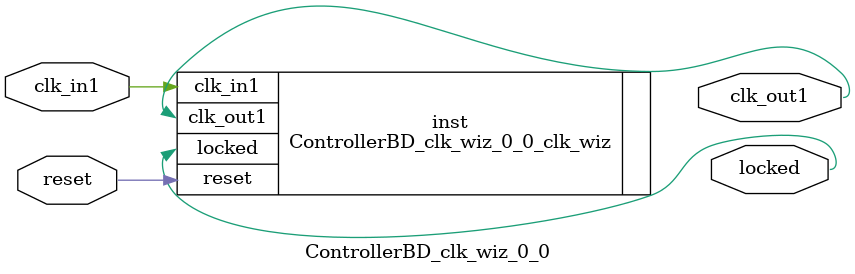
<source format=v>


`timescale 1ps/1ps

(* CORE_GENERATION_INFO = "ControllerBD_clk_wiz_0_0,clk_wiz_v6_0_2_0_0,{component_name=ControllerBD_clk_wiz_0_0,use_phase_alignment=true,use_min_o_jitter=false,use_max_i_jitter=false,use_dyn_phase_shift=false,use_inclk_switchover=false,use_dyn_reconfig=false,enable_axi=0,feedback_source=FDBK_AUTO,PRIMITIVE=MMCM,num_out_clk=1,clkin1_period=8.000,clkin2_period=10.000,use_power_down=false,use_reset=true,use_locked=true,use_inclk_stopped=false,feedback_type=SINGLE,CLOCK_MGR_TYPE=NA,manual_override=false}" *)

module ControllerBD_clk_wiz_0_0 
 (
  // Clock out ports
  output        clk_out1,
  // Status and control signals
  input         reset,
  output        locked,
 // Clock in ports
  input         clk_in1
 );

  ControllerBD_clk_wiz_0_0_clk_wiz inst
  (
  // Clock out ports  
  .clk_out1(clk_out1),
  // Status and control signals               
  .reset(reset), 
  .locked(locked),
 // Clock in ports
  .clk_in1(clk_in1)
  );

endmodule

</source>
